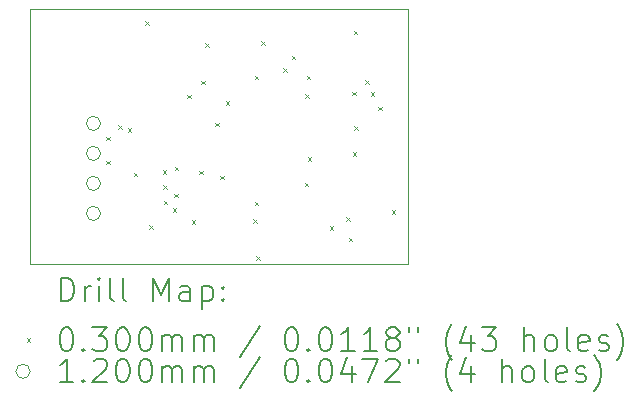
<source format=gbr>
%TF.GenerationSoftware,KiCad,Pcbnew,7.0.6*%
%TF.CreationDate,2024-04-01T13:07:54+03:00*%
%TF.ProjectId,SIM800 GPS Module,53494d38-3030-4204-9750-53204d6f6475,rev?*%
%TF.SameCoordinates,Original*%
%TF.FileFunction,Drillmap*%
%TF.FilePolarity,Positive*%
%FSLAX45Y45*%
G04 Gerber Fmt 4.5, Leading zero omitted, Abs format (unit mm)*
G04 Created by KiCad (PCBNEW 7.0.6) date 2024-04-01 13:07:54*
%MOMM*%
%LPD*%
G01*
G04 APERTURE LIST*
%ADD10C,0.050000*%
%ADD11C,0.200000*%
%ADD12C,0.030000*%
%ADD13C,0.120000*%
G04 APERTURE END LIST*
D10*
X12090400Y-7569200D02*
X15290800Y-7569200D01*
X15290800Y-9728200D01*
X12090400Y-9728200D01*
X12090400Y-7569200D01*
D11*
D12*
X12730860Y-8646880D02*
X12760860Y-8676880D01*
X12760860Y-8646880D02*
X12730860Y-8676880D01*
X12731920Y-8850300D02*
X12761920Y-8880300D01*
X12761920Y-8850300D02*
X12731920Y-8880300D01*
X12833300Y-8549030D02*
X12863300Y-8579030D01*
X12863300Y-8549030D02*
X12833300Y-8579030D01*
X12915620Y-8574170D02*
X12945620Y-8604170D01*
X12945620Y-8574170D02*
X12915620Y-8604170D01*
X12965530Y-8950640D02*
X12995530Y-8980640D01*
X12995530Y-8950640D02*
X12965530Y-8980640D01*
X13062590Y-7668060D02*
X13092590Y-7698060D01*
X13092590Y-7668060D02*
X13062590Y-7698060D01*
X13096860Y-9396610D02*
X13126860Y-9426610D01*
X13126860Y-9396610D02*
X13096860Y-9426610D01*
X13210370Y-8932170D02*
X13240370Y-8962170D01*
X13240370Y-8932170D02*
X13210370Y-8962170D01*
X13215810Y-9058630D02*
X13245810Y-9088630D01*
X13245810Y-9058630D02*
X13215810Y-9088630D01*
X13220250Y-9191080D02*
X13250250Y-9221080D01*
X13250250Y-9191080D02*
X13220250Y-9221080D01*
X13294160Y-9251270D02*
X13324160Y-9281270D01*
X13324160Y-9251270D02*
X13294160Y-9281270D01*
X13306540Y-9128560D02*
X13336540Y-9158560D01*
X13336540Y-9128560D02*
X13306540Y-9158560D01*
X13313960Y-8901290D02*
X13343960Y-8931290D01*
X13343960Y-8901290D02*
X13313960Y-8931290D01*
X13419410Y-8291220D02*
X13449410Y-8321220D01*
X13449410Y-8291220D02*
X13419410Y-8321220D01*
X13456930Y-9352330D02*
X13486930Y-9382330D01*
X13486930Y-9352330D02*
X13456930Y-9382330D01*
X13521000Y-8934450D02*
X13551000Y-8964450D01*
X13551000Y-8934450D02*
X13521000Y-8964450D01*
X13536180Y-8175190D02*
X13566180Y-8205190D01*
X13566180Y-8175190D02*
X13536180Y-8205190D01*
X13570290Y-7856450D02*
X13600290Y-7886450D01*
X13600290Y-7856450D02*
X13570290Y-7886450D01*
X13653850Y-8528730D02*
X13683850Y-8558730D01*
X13683850Y-8528730D02*
X13653850Y-8558730D01*
X13699130Y-8978400D02*
X13729130Y-9008400D01*
X13729130Y-8978400D02*
X13699130Y-9008400D01*
X13745960Y-8349040D02*
X13775960Y-8379040D01*
X13775960Y-8349040D02*
X13745960Y-8379040D01*
X13975000Y-9344100D02*
X14005000Y-9374100D01*
X14005000Y-9344100D02*
X13975000Y-9374100D01*
X13988010Y-9199210D02*
X14018010Y-9229210D01*
X14018010Y-9199210D02*
X13988010Y-9229210D01*
X13991170Y-8129380D02*
X14021170Y-8159380D01*
X14021170Y-8129380D02*
X13991170Y-8159380D01*
X14001210Y-9658690D02*
X14031210Y-9688690D01*
X14031210Y-9658690D02*
X14001210Y-9688690D01*
X14044250Y-7838370D02*
X14074250Y-7868370D01*
X14074250Y-7838370D02*
X14044250Y-7868370D01*
X14229780Y-8065650D02*
X14259780Y-8095650D01*
X14259780Y-8065650D02*
X14229780Y-8095650D01*
X14303690Y-7963280D02*
X14333690Y-7993280D01*
X14333690Y-7963280D02*
X14303690Y-7993280D01*
X14413970Y-9037080D02*
X14443970Y-9067080D01*
X14443970Y-9037080D02*
X14413970Y-9067080D01*
X14419200Y-8289960D02*
X14449200Y-8319960D01*
X14449200Y-8289960D02*
X14419200Y-8319960D01*
X14429290Y-8129380D02*
X14459290Y-8159380D01*
X14459290Y-8129380D02*
X14429290Y-8159380D01*
X14437210Y-8823440D02*
X14467210Y-8853440D01*
X14467210Y-8823440D02*
X14437210Y-8853440D01*
X14623250Y-9407080D02*
X14653250Y-9437080D01*
X14653250Y-9407080D02*
X14623250Y-9437080D01*
X14764030Y-9329920D02*
X14794030Y-9359920D01*
X14794030Y-9329920D02*
X14764030Y-9359920D01*
X14785180Y-9502760D02*
X14815180Y-9532760D01*
X14815180Y-9502760D02*
X14785180Y-9532760D01*
X14815770Y-8267340D02*
X14845770Y-8297340D01*
X14845770Y-8267340D02*
X14815770Y-8297340D01*
X14819420Y-8777320D02*
X14849420Y-8807320D01*
X14849420Y-8777320D02*
X14819420Y-8807320D01*
X14828280Y-7749650D02*
X14858280Y-7779650D01*
X14858280Y-7749650D02*
X14828280Y-7779650D01*
X14831750Y-8559240D02*
X14861750Y-8589240D01*
X14861750Y-8559240D02*
X14831750Y-8589240D01*
X14923410Y-8167310D02*
X14953410Y-8197310D01*
X14953410Y-8167310D02*
X14923410Y-8197310D01*
X14971550Y-8271530D02*
X15001550Y-8301530D01*
X15001550Y-8271530D02*
X14971550Y-8301530D01*
X15034490Y-8394600D02*
X15064490Y-8424600D01*
X15064490Y-8394600D02*
X15034490Y-8424600D01*
X15150710Y-9271580D02*
X15180710Y-9301580D01*
X15180710Y-9271580D02*
X15150710Y-9301580D01*
D13*
X12683800Y-8534400D02*
G75*
G03*
X12683800Y-8534400I-60000J0D01*
G01*
X12683800Y-8788400D02*
G75*
G03*
X12683800Y-8788400I-60000J0D01*
G01*
X12683800Y-9042400D02*
G75*
G03*
X12683800Y-9042400I-60000J0D01*
G01*
X12683800Y-9296400D02*
G75*
G03*
X12683800Y-9296400I-60000J0D01*
G01*
D11*
X12348677Y-10042184D02*
X12348677Y-9842184D01*
X12348677Y-9842184D02*
X12396296Y-9842184D01*
X12396296Y-9842184D02*
X12424867Y-9851708D01*
X12424867Y-9851708D02*
X12443915Y-9870755D01*
X12443915Y-9870755D02*
X12453439Y-9889803D01*
X12453439Y-9889803D02*
X12462962Y-9927898D01*
X12462962Y-9927898D02*
X12462962Y-9956470D01*
X12462962Y-9956470D02*
X12453439Y-9994565D01*
X12453439Y-9994565D02*
X12443915Y-10013612D01*
X12443915Y-10013612D02*
X12424867Y-10032660D01*
X12424867Y-10032660D02*
X12396296Y-10042184D01*
X12396296Y-10042184D02*
X12348677Y-10042184D01*
X12548677Y-10042184D02*
X12548677Y-9908850D01*
X12548677Y-9946946D02*
X12558201Y-9927898D01*
X12558201Y-9927898D02*
X12567724Y-9918374D01*
X12567724Y-9918374D02*
X12586772Y-9908850D01*
X12586772Y-9908850D02*
X12605820Y-9908850D01*
X12672486Y-10042184D02*
X12672486Y-9908850D01*
X12672486Y-9842184D02*
X12662962Y-9851708D01*
X12662962Y-9851708D02*
X12672486Y-9861231D01*
X12672486Y-9861231D02*
X12682010Y-9851708D01*
X12682010Y-9851708D02*
X12672486Y-9842184D01*
X12672486Y-9842184D02*
X12672486Y-9861231D01*
X12796296Y-10042184D02*
X12777248Y-10032660D01*
X12777248Y-10032660D02*
X12767724Y-10013612D01*
X12767724Y-10013612D02*
X12767724Y-9842184D01*
X12901058Y-10042184D02*
X12882010Y-10032660D01*
X12882010Y-10032660D02*
X12872486Y-10013612D01*
X12872486Y-10013612D02*
X12872486Y-9842184D01*
X13129629Y-10042184D02*
X13129629Y-9842184D01*
X13129629Y-9842184D02*
X13196296Y-9985041D01*
X13196296Y-9985041D02*
X13262962Y-9842184D01*
X13262962Y-9842184D02*
X13262962Y-10042184D01*
X13443915Y-10042184D02*
X13443915Y-9937422D01*
X13443915Y-9937422D02*
X13434391Y-9918374D01*
X13434391Y-9918374D02*
X13415343Y-9908850D01*
X13415343Y-9908850D02*
X13377248Y-9908850D01*
X13377248Y-9908850D02*
X13358201Y-9918374D01*
X13443915Y-10032660D02*
X13424867Y-10042184D01*
X13424867Y-10042184D02*
X13377248Y-10042184D01*
X13377248Y-10042184D02*
X13358201Y-10032660D01*
X13358201Y-10032660D02*
X13348677Y-10013612D01*
X13348677Y-10013612D02*
X13348677Y-9994565D01*
X13348677Y-9994565D02*
X13358201Y-9975517D01*
X13358201Y-9975517D02*
X13377248Y-9965993D01*
X13377248Y-9965993D02*
X13424867Y-9965993D01*
X13424867Y-9965993D02*
X13443915Y-9956470D01*
X13539153Y-9908850D02*
X13539153Y-10108850D01*
X13539153Y-9918374D02*
X13558201Y-9908850D01*
X13558201Y-9908850D02*
X13596296Y-9908850D01*
X13596296Y-9908850D02*
X13615343Y-9918374D01*
X13615343Y-9918374D02*
X13624867Y-9927898D01*
X13624867Y-9927898D02*
X13634391Y-9946946D01*
X13634391Y-9946946D02*
X13634391Y-10004089D01*
X13634391Y-10004089D02*
X13624867Y-10023136D01*
X13624867Y-10023136D02*
X13615343Y-10032660D01*
X13615343Y-10032660D02*
X13596296Y-10042184D01*
X13596296Y-10042184D02*
X13558201Y-10042184D01*
X13558201Y-10042184D02*
X13539153Y-10032660D01*
X13720105Y-10023136D02*
X13729629Y-10032660D01*
X13729629Y-10032660D02*
X13720105Y-10042184D01*
X13720105Y-10042184D02*
X13710582Y-10032660D01*
X13710582Y-10032660D02*
X13720105Y-10023136D01*
X13720105Y-10023136D02*
X13720105Y-10042184D01*
X13720105Y-9918374D02*
X13729629Y-9927898D01*
X13729629Y-9927898D02*
X13720105Y-9937422D01*
X13720105Y-9937422D02*
X13710582Y-9927898D01*
X13710582Y-9927898D02*
X13720105Y-9918374D01*
X13720105Y-9918374D02*
X13720105Y-9937422D01*
D12*
X12057900Y-10355700D02*
X12087900Y-10385700D01*
X12087900Y-10355700D02*
X12057900Y-10385700D01*
D11*
X12386772Y-10262184D02*
X12405820Y-10262184D01*
X12405820Y-10262184D02*
X12424867Y-10271708D01*
X12424867Y-10271708D02*
X12434391Y-10281231D01*
X12434391Y-10281231D02*
X12443915Y-10300279D01*
X12443915Y-10300279D02*
X12453439Y-10338374D01*
X12453439Y-10338374D02*
X12453439Y-10385993D01*
X12453439Y-10385993D02*
X12443915Y-10424089D01*
X12443915Y-10424089D02*
X12434391Y-10443136D01*
X12434391Y-10443136D02*
X12424867Y-10452660D01*
X12424867Y-10452660D02*
X12405820Y-10462184D01*
X12405820Y-10462184D02*
X12386772Y-10462184D01*
X12386772Y-10462184D02*
X12367724Y-10452660D01*
X12367724Y-10452660D02*
X12358201Y-10443136D01*
X12358201Y-10443136D02*
X12348677Y-10424089D01*
X12348677Y-10424089D02*
X12339153Y-10385993D01*
X12339153Y-10385993D02*
X12339153Y-10338374D01*
X12339153Y-10338374D02*
X12348677Y-10300279D01*
X12348677Y-10300279D02*
X12358201Y-10281231D01*
X12358201Y-10281231D02*
X12367724Y-10271708D01*
X12367724Y-10271708D02*
X12386772Y-10262184D01*
X12539153Y-10443136D02*
X12548677Y-10452660D01*
X12548677Y-10452660D02*
X12539153Y-10462184D01*
X12539153Y-10462184D02*
X12529629Y-10452660D01*
X12529629Y-10452660D02*
X12539153Y-10443136D01*
X12539153Y-10443136D02*
X12539153Y-10462184D01*
X12615343Y-10262184D02*
X12739153Y-10262184D01*
X12739153Y-10262184D02*
X12672486Y-10338374D01*
X12672486Y-10338374D02*
X12701058Y-10338374D01*
X12701058Y-10338374D02*
X12720105Y-10347898D01*
X12720105Y-10347898D02*
X12729629Y-10357422D01*
X12729629Y-10357422D02*
X12739153Y-10376470D01*
X12739153Y-10376470D02*
X12739153Y-10424089D01*
X12739153Y-10424089D02*
X12729629Y-10443136D01*
X12729629Y-10443136D02*
X12720105Y-10452660D01*
X12720105Y-10452660D02*
X12701058Y-10462184D01*
X12701058Y-10462184D02*
X12643915Y-10462184D01*
X12643915Y-10462184D02*
X12624867Y-10452660D01*
X12624867Y-10452660D02*
X12615343Y-10443136D01*
X12862962Y-10262184D02*
X12882010Y-10262184D01*
X12882010Y-10262184D02*
X12901058Y-10271708D01*
X12901058Y-10271708D02*
X12910582Y-10281231D01*
X12910582Y-10281231D02*
X12920105Y-10300279D01*
X12920105Y-10300279D02*
X12929629Y-10338374D01*
X12929629Y-10338374D02*
X12929629Y-10385993D01*
X12929629Y-10385993D02*
X12920105Y-10424089D01*
X12920105Y-10424089D02*
X12910582Y-10443136D01*
X12910582Y-10443136D02*
X12901058Y-10452660D01*
X12901058Y-10452660D02*
X12882010Y-10462184D01*
X12882010Y-10462184D02*
X12862962Y-10462184D01*
X12862962Y-10462184D02*
X12843915Y-10452660D01*
X12843915Y-10452660D02*
X12834391Y-10443136D01*
X12834391Y-10443136D02*
X12824867Y-10424089D01*
X12824867Y-10424089D02*
X12815343Y-10385993D01*
X12815343Y-10385993D02*
X12815343Y-10338374D01*
X12815343Y-10338374D02*
X12824867Y-10300279D01*
X12824867Y-10300279D02*
X12834391Y-10281231D01*
X12834391Y-10281231D02*
X12843915Y-10271708D01*
X12843915Y-10271708D02*
X12862962Y-10262184D01*
X13053439Y-10262184D02*
X13072486Y-10262184D01*
X13072486Y-10262184D02*
X13091534Y-10271708D01*
X13091534Y-10271708D02*
X13101058Y-10281231D01*
X13101058Y-10281231D02*
X13110582Y-10300279D01*
X13110582Y-10300279D02*
X13120105Y-10338374D01*
X13120105Y-10338374D02*
X13120105Y-10385993D01*
X13120105Y-10385993D02*
X13110582Y-10424089D01*
X13110582Y-10424089D02*
X13101058Y-10443136D01*
X13101058Y-10443136D02*
X13091534Y-10452660D01*
X13091534Y-10452660D02*
X13072486Y-10462184D01*
X13072486Y-10462184D02*
X13053439Y-10462184D01*
X13053439Y-10462184D02*
X13034391Y-10452660D01*
X13034391Y-10452660D02*
X13024867Y-10443136D01*
X13024867Y-10443136D02*
X13015343Y-10424089D01*
X13015343Y-10424089D02*
X13005820Y-10385993D01*
X13005820Y-10385993D02*
X13005820Y-10338374D01*
X13005820Y-10338374D02*
X13015343Y-10300279D01*
X13015343Y-10300279D02*
X13024867Y-10281231D01*
X13024867Y-10281231D02*
X13034391Y-10271708D01*
X13034391Y-10271708D02*
X13053439Y-10262184D01*
X13205820Y-10462184D02*
X13205820Y-10328850D01*
X13205820Y-10347898D02*
X13215343Y-10338374D01*
X13215343Y-10338374D02*
X13234391Y-10328850D01*
X13234391Y-10328850D02*
X13262963Y-10328850D01*
X13262963Y-10328850D02*
X13282010Y-10338374D01*
X13282010Y-10338374D02*
X13291534Y-10357422D01*
X13291534Y-10357422D02*
X13291534Y-10462184D01*
X13291534Y-10357422D02*
X13301058Y-10338374D01*
X13301058Y-10338374D02*
X13320105Y-10328850D01*
X13320105Y-10328850D02*
X13348677Y-10328850D01*
X13348677Y-10328850D02*
X13367724Y-10338374D01*
X13367724Y-10338374D02*
X13377248Y-10357422D01*
X13377248Y-10357422D02*
X13377248Y-10462184D01*
X13472486Y-10462184D02*
X13472486Y-10328850D01*
X13472486Y-10347898D02*
X13482010Y-10338374D01*
X13482010Y-10338374D02*
X13501058Y-10328850D01*
X13501058Y-10328850D02*
X13529629Y-10328850D01*
X13529629Y-10328850D02*
X13548677Y-10338374D01*
X13548677Y-10338374D02*
X13558201Y-10357422D01*
X13558201Y-10357422D02*
X13558201Y-10462184D01*
X13558201Y-10357422D02*
X13567724Y-10338374D01*
X13567724Y-10338374D02*
X13586772Y-10328850D01*
X13586772Y-10328850D02*
X13615343Y-10328850D01*
X13615343Y-10328850D02*
X13634391Y-10338374D01*
X13634391Y-10338374D02*
X13643915Y-10357422D01*
X13643915Y-10357422D02*
X13643915Y-10462184D01*
X14034391Y-10252660D02*
X13862963Y-10509803D01*
X14291534Y-10262184D02*
X14310582Y-10262184D01*
X14310582Y-10262184D02*
X14329629Y-10271708D01*
X14329629Y-10271708D02*
X14339153Y-10281231D01*
X14339153Y-10281231D02*
X14348677Y-10300279D01*
X14348677Y-10300279D02*
X14358201Y-10338374D01*
X14358201Y-10338374D02*
X14358201Y-10385993D01*
X14358201Y-10385993D02*
X14348677Y-10424089D01*
X14348677Y-10424089D02*
X14339153Y-10443136D01*
X14339153Y-10443136D02*
X14329629Y-10452660D01*
X14329629Y-10452660D02*
X14310582Y-10462184D01*
X14310582Y-10462184D02*
X14291534Y-10462184D01*
X14291534Y-10462184D02*
X14272486Y-10452660D01*
X14272486Y-10452660D02*
X14262963Y-10443136D01*
X14262963Y-10443136D02*
X14253439Y-10424089D01*
X14253439Y-10424089D02*
X14243915Y-10385993D01*
X14243915Y-10385993D02*
X14243915Y-10338374D01*
X14243915Y-10338374D02*
X14253439Y-10300279D01*
X14253439Y-10300279D02*
X14262963Y-10281231D01*
X14262963Y-10281231D02*
X14272486Y-10271708D01*
X14272486Y-10271708D02*
X14291534Y-10262184D01*
X14443915Y-10443136D02*
X14453439Y-10452660D01*
X14453439Y-10452660D02*
X14443915Y-10462184D01*
X14443915Y-10462184D02*
X14434391Y-10452660D01*
X14434391Y-10452660D02*
X14443915Y-10443136D01*
X14443915Y-10443136D02*
X14443915Y-10462184D01*
X14577248Y-10262184D02*
X14596296Y-10262184D01*
X14596296Y-10262184D02*
X14615344Y-10271708D01*
X14615344Y-10271708D02*
X14624867Y-10281231D01*
X14624867Y-10281231D02*
X14634391Y-10300279D01*
X14634391Y-10300279D02*
X14643915Y-10338374D01*
X14643915Y-10338374D02*
X14643915Y-10385993D01*
X14643915Y-10385993D02*
X14634391Y-10424089D01*
X14634391Y-10424089D02*
X14624867Y-10443136D01*
X14624867Y-10443136D02*
X14615344Y-10452660D01*
X14615344Y-10452660D02*
X14596296Y-10462184D01*
X14596296Y-10462184D02*
X14577248Y-10462184D01*
X14577248Y-10462184D02*
X14558201Y-10452660D01*
X14558201Y-10452660D02*
X14548677Y-10443136D01*
X14548677Y-10443136D02*
X14539153Y-10424089D01*
X14539153Y-10424089D02*
X14529629Y-10385993D01*
X14529629Y-10385993D02*
X14529629Y-10338374D01*
X14529629Y-10338374D02*
X14539153Y-10300279D01*
X14539153Y-10300279D02*
X14548677Y-10281231D01*
X14548677Y-10281231D02*
X14558201Y-10271708D01*
X14558201Y-10271708D02*
X14577248Y-10262184D01*
X14834391Y-10462184D02*
X14720106Y-10462184D01*
X14777248Y-10462184D02*
X14777248Y-10262184D01*
X14777248Y-10262184D02*
X14758201Y-10290755D01*
X14758201Y-10290755D02*
X14739153Y-10309803D01*
X14739153Y-10309803D02*
X14720106Y-10319327D01*
X15024867Y-10462184D02*
X14910582Y-10462184D01*
X14967725Y-10462184D02*
X14967725Y-10262184D01*
X14967725Y-10262184D02*
X14948677Y-10290755D01*
X14948677Y-10290755D02*
X14929629Y-10309803D01*
X14929629Y-10309803D02*
X14910582Y-10319327D01*
X15139153Y-10347898D02*
X15120106Y-10338374D01*
X15120106Y-10338374D02*
X15110582Y-10328850D01*
X15110582Y-10328850D02*
X15101058Y-10309803D01*
X15101058Y-10309803D02*
X15101058Y-10300279D01*
X15101058Y-10300279D02*
X15110582Y-10281231D01*
X15110582Y-10281231D02*
X15120106Y-10271708D01*
X15120106Y-10271708D02*
X15139153Y-10262184D01*
X15139153Y-10262184D02*
X15177248Y-10262184D01*
X15177248Y-10262184D02*
X15196296Y-10271708D01*
X15196296Y-10271708D02*
X15205820Y-10281231D01*
X15205820Y-10281231D02*
X15215344Y-10300279D01*
X15215344Y-10300279D02*
X15215344Y-10309803D01*
X15215344Y-10309803D02*
X15205820Y-10328850D01*
X15205820Y-10328850D02*
X15196296Y-10338374D01*
X15196296Y-10338374D02*
X15177248Y-10347898D01*
X15177248Y-10347898D02*
X15139153Y-10347898D01*
X15139153Y-10347898D02*
X15120106Y-10357422D01*
X15120106Y-10357422D02*
X15110582Y-10366946D01*
X15110582Y-10366946D02*
X15101058Y-10385993D01*
X15101058Y-10385993D02*
X15101058Y-10424089D01*
X15101058Y-10424089D02*
X15110582Y-10443136D01*
X15110582Y-10443136D02*
X15120106Y-10452660D01*
X15120106Y-10452660D02*
X15139153Y-10462184D01*
X15139153Y-10462184D02*
X15177248Y-10462184D01*
X15177248Y-10462184D02*
X15196296Y-10452660D01*
X15196296Y-10452660D02*
X15205820Y-10443136D01*
X15205820Y-10443136D02*
X15215344Y-10424089D01*
X15215344Y-10424089D02*
X15215344Y-10385993D01*
X15215344Y-10385993D02*
X15205820Y-10366946D01*
X15205820Y-10366946D02*
X15196296Y-10357422D01*
X15196296Y-10357422D02*
X15177248Y-10347898D01*
X15291534Y-10262184D02*
X15291534Y-10300279D01*
X15367725Y-10262184D02*
X15367725Y-10300279D01*
X15662963Y-10538374D02*
X15653439Y-10528850D01*
X15653439Y-10528850D02*
X15634391Y-10500279D01*
X15634391Y-10500279D02*
X15624868Y-10481231D01*
X15624868Y-10481231D02*
X15615344Y-10452660D01*
X15615344Y-10452660D02*
X15605820Y-10405041D01*
X15605820Y-10405041D02*
X15605820Y-10366946D01*
X15605820Y-10366946D02*
X15615344Y-10319327D01*
X15615344Y-10319327D02*
X15624868Y-10290755D01*
X15624868Y-10290755D02*
X15634391Y-10271708D01*
X15634391Y-10271708D02*
X15653439Y-10243136D01*
X15653439Y-10243136D02*
X15662963Y-10233612D01*
X15824868Y-10328850D02*
X15824868Y-10462184D01*
X15777248Y-10252660D02*
X15729629Y-10395517D01*
X15729629Y-10395517D02*
X15853439Y-10395517D01*
X15910582Y-10262184D02*
X16034391Y-10262184D01*
X16034391Y-10262184D02*
X15967725Y-10338374D01*
X15967725Y-10338374D02*
X15996296Y-10338374D01*
X15996296Y-10338374D02*
X16015344Y-10347898D01*
X16015344Y-10347898D02*
X16024868Y-10357422D01*
X16024868Y-10357422D02*
X16034391Y-10376470D01*
X16034391Y-10376470D02*
X16034391Y-10424089D01*
X16034391Y-10424089D02*
X16024868Y-10443136D01*
X16024868Y-10443136D02*
X16015344Y-10452660D01*
X16015344Y-10452660D02*
X15996296Y-10462184D01*
X15996296Y-10462184D02*
X15939153Y-10462184D01*
X15939153Y-10462184D02*
X15920106Y-10452660D01*
X15920106Y-10452660D02*
X15910582Y-10443136D01*
X16272487Y-10462184D02*
X16272487Y-10262184D01*
X16358201Y-10462184D02*
X16358201Y-10357422D01*
X16358201Y-10357422D02*
X16348677Y-10338374D01*
X16348677Y-10338374D02*
X16329630Y-10328850D01*
X16329630Y-10328850D02*
X16301058Y-10328850D01*
X16301058Y-10328850D02*
X16282010Y-10338374D01*
X16282010Y-10338374D02*
X16272487Y-10347898D01*
X16482010Y-10462184D02*
X16462963Y-10452660D01*
X16462963Y-10452660D02*
X16453439Y-10443136D01*
X16453439Y-10443136D02*
X16443915Y-10424089D01*
X16443915Y-10424089D02*
X16443915Y-10366946D01*
X16443915Y-10366946D02*
X16453439Y-10347898D01*
X16453439Y-10347898D02*
X16462963Y-10338374D01*
X16462963Y-10338374D02*
X16482010Y-10328850D01*
X16482010Y-10328850D02*
X16510582Y-10328850D01*
X16510582Y-10328850D02*
X16529630Y-10338374D01*
X16529630Y-10338374D02*
X16539153Y-10347898D01*
X16539153Y-10347898D02*
X16548677Y-10366946D01*
X16548677Y-10366946D02*
X16548677Y-10424089D01*
X16548677Y-10424089D02*
X16539153Y-10443136D01*
X16539153Y-10443136D02*
X16529630Y-10452660D01*
X16529630Y-10452660D02*
X16510582Y-10462184D01*
X16510582Y-10462184D02*
X16482010Y-10462184D01*
X16662963Y-10462184D02*
X16643915Y-10452660D01*
X16643915Y-10452660D02*
X16634391Y-10433612D01*
X16634391Y-10433612D02*
X16634391Y-10262184D01*
X16815344Y-10452660D02*
X16796296Y-10462184D01*
X16796296Y-10462184D02*
X16758201Y-10462184D01*
X16758201Y-10462184D02*
X16739153Y-10452660D01*
X16739153Y-10452660D02*
X16729630Y-10433612D01*
X16729630Y-10433612D02*
X16729630Y-10357422D01*
X16729630Y-10357422D02*
X16739153Y-10338374D01*
X16739153Y-10338374D02*
X16758201Y-10328850D01*
X16758201Y-10328850D02*
X16796296Y-10328850D01*
X16796296Y-10328850D02*
X16815344Y-10338374D01*
X16815344Y-10338374D02*
X16824868Y-10357422D01*
X16824868Y-10357422D02*
X16824868Y-10376470D01*
X16824868Y-10376470D02*
X16729630Y-10395517D01*
X16901058Y-10452660D02*
X16920106Y-10462184D01*
X16920106Y-10462184D02*
X16958201Y-10462184D01*
X16958201Y-10462184D02*
X16977249Y-10452660D01*
X16977249Y-10452660D02*
X16986773Y-10433612D01*
X16986773Y-10433612D02*
X16986773Y-10424089D01*
X16986773Y-10424089D02*
X16977249Y-10405041D01*
X16977249Y-10405041D02*
X16958201Y-10395517D01*
X16958201Y-10395517D02*
X16929630Y-10395517D01*
X16929630Y-10395517D02*
X16910582Y-10385993D01*
X16910582Y-10385993D02*
X16901058Y-10366946D01*
X16901058Y-10366946D02*
X16901058Y-10357422D01*
X16901058Y-10357422D02*
X16910582Y-10338374D01*
X16910582Y-10338374D02*
X16929630Y-10328850D01*
X16929630Y-10328850D02*
X16958201Y-10328850D01*
X16958201Y-10328850D02*
X16977249Y-10338374D01*
X17053439Y-10538374D02*
X17062963Y-10528850D01*
X17062963Y-10528850D02*
X17082011Y-10500279D01*
X17082011Y-10500279D02*
X17091534Y-10481231D01*
X17091534Y-10481231D02*
X17101058Y-10452660D01*
X17101058Y-10452660D02*
X17110582Y-10405041D01*
X17110582Y-10405041D02*
X17110582Y-10366946D01*
X17110582Y-10366946D02*
X17101058Y-10319327D01*
X17101058Y-10319327D02*
X17091534Y-10290755D01*
X17091534Y-10290755D02*
X17082011Y-10271708D01*
X17082011Y-10271708D02*
X17062963Y-10243136D01*
X17062963Y-10243136D02*
X17053439Y-10233612D01*
D13*
X12087900Y-10634700D02*
G75*
G03*
X12087900Y-10634700I-60000J0D01*
G01*
D11*
X12453439Y-10726184D02*
X12339153Y-10726184D01*
X12396296Y-10726184D02*
X12396296Y-10526184D01*
X12396296Y-10526184D02*
X12377248Y-10554755D01*
X12377248Y-10554755D02*
X12358201Y-10573803D01*
X12358201Y-10573803D02*
X12339153Y-10583327D01*
X12539153Y-10707136D02*
X12548677Y-10716660D01*
X12548677Y-10716660D02*
X12539153Y-10726184D01*
X12539153Y-10726184D02*
X12529629Y-10716660D01*
X12529629Y-10716660D02*
X12539153Y-10707136D01*
X12539153Y-10707136D02*
X12539153Y-10726184D01*
X12624867Y-10545231D02*
X12634391Y-10535708D01*
X12634391Y-10535708D02*
X12653439Y-10526184D01*
X12653439Y-10526184D02*
X12701058Y-10526184D01*
X12701058Y-10526184D02*
X12720105Y-10535708D01*
X12720105Y-10535708D02*
X12729629Y-10545231D01*
X12729629Y-10545231D02*
X12739153Y-10564279D01*
X12739153Y-10564279D02*
X12739153Y-10583327D01*
X12739153Y-10583327D02*
X12729629Y-10611898D01*
X12729629Y-10611898D02*
X12615343Y-10726184D01*
X12615343Y-10726184D02*
X12739153Y-10726184D01*
X12862962Y-10526184D02*
X12882010Y-10526184D01*
X12882010Y-10526184D02*
X12901058Y-10535708D01*
X12901058Y-10535708D02*
X12910582Y-10545231D01*
X12910582Y-10545231D02*
X12920105Y-10564279D01*
X12920105Y-10564279D02*
X12929629Y-10602374D01*
X12929629Y-10602374D02*
X12929629Y-10649993D01*
X12929629Y-10649993D02*
X12920105Y-10688089D01*
X12920105Y-10688089D02*
X12910582Y-10707136D01*
X12910582Y-10707136D02*
X12901058Y-10716660D01*
X12901058Y-10716660D02*
X12882010Y-10726184D01*
X12882010Y-10726184D02*
X12862962Y-10726184D01*
X12862962Y-10726184D02*
X12843915Y-10716660D01*
X12843915Y-10716660D02*
X12834391Y-10707136D01*
X12834391Y-10707136D02*
X12824867Y-10688089D01*
X12824867Y-10688089D02*
X12815343Y-10649993D01*
X12815343Y-10649993D02*
X12815343Y-10602374D01*
X12815343Y-10602374D02*
X12824867Y-10564279D01*
X12824867Y-10564279D02*
X12834391Y-10545231D01*
X12834391Y-10545231D02*
X12843915Y-10535708D01*
X12843915Y-10535708D02*
X12862962Y-10526184D01*
X13053439Y-10526184D02*
X13072486Y-10526184D01*
X13072486Y-10526184D02*
X13091534Y-10535708D01*
X13091534Y-10535708D02*
X13101058Y-10545231D01*
X13101058Y-10545231D02*
X13110582Y-10564279D01*
X13110582Y-10564279D02*
X13120105Y-10602374D01*
X13120105Y-10602374D02*
X13120105Y-10649993D01*
X13120105Y-10649993D02*
X13110582Y-10688089D01*
X13110582Y-10688089D02*
X13101058Y-10707136D01*
X13101058Y-10707136D02*
X13091534Y-10716660D01*
X13091534Y-10716660D02*
X13072486Y-10726184D01*
X13072486Y-10726184D02*
X13053439Y-10726184D01*
X13053439Y-10726184D02*
X13034391Y-10716660D01*
X13034391Y-10716660D02*
X13024867Y-10707136D01*
X13024867Y-10707136D02*
X13015343Y-10688089D01*
X13015343Y-10688089D02*
X13005820Y-10649993D01*
X13005820Y-10649993D02*
X13005820Y-10602374D01*
X13005820Y-10602374D02*
X13015343Y-10564279D01*
X13015343Y-10564279D02*
X13024867Y-10545231D01*
X13024867Y-10545231D02*
X13034391Y-10535708D01*
X13034391Y-10535708D02*
X13053439Y-10526184D01*
X13205820Y-10726184D02*
X13205820Y-10592850D01*
X13205820Y-10611898D02*
X13215343Y-10602374D01*
X13215343Y-10602374D02*
X13234391Y-10592850D01*
X13234391Y-10592850D02*
X13262963Y-10592850D01*
X13262963Y-10592850D02*
X13282010Y-10602374D01*
X13282010Y-10602374D02*
X13291534Y-10621422D01*
X13291534Y-10621422D02*
X13291534Y-10726184D01*
X13291534Y-10621422D02*
X13301058Y-10602374D01*
X13301058Y-10602374D02*
X13320105Y-10592850D01*
X13320105Y-10592850D02*
X13348677Y-10592850D01*
X13348677Y-10592850D02*
X13367724Y-10602374D01*
X13367724Y-10602374D02*
X13377248Y-10621422D01*
X13377248Y-10621422D02*
X13377248Y-10726184D01*
X13472486Y-10726184D02*
X13472486Y-10592850D01*
X13472486Y-10611898D02*
X13482010Y-10602374D01*
X13482010Y-10602374D02*
X13501058Y-10592850D01*
X13501058Y-10592850D02*
X13529629Y-10592850D01*
X13529629Y-10592850D02*
X13548677Y-10602374D01*
X13548677Y-10602374D02*
X13558201Y-10621422D01*
X13558201Y-10621422D02*
X13558201Y-10726184D01*
X13558201Y-10621422D02*
X13567724Y-10602374D01*
X13567724Y-10602374D02*
X13586772Y-10592850D01*
X13586772Y-10592850D02*
X13615343Y-10592850D01*
X13615343Y-10592850D02*
X13634391Y-10602374D01*
X13634391Y-10602374D02*
X13643915Y-10621422D01*
X13643915Y-10621422D02*
X13643915Y-10726184D01*
X14034391Y-10516660D02*
X13862963Y-10773803D01*
X14291534Y-10526184D02*
X14310582Y-10526184D01*
X14310582Y-10526184D02*
X14329629Y-10535708D01*
X14329629Y-10535708D02*
X14339153Y-10545231D01*
X14339153Y-10545231D02*
X14348677Y-10564279D01*
X14348677Y-10564279D02*
X14358201Y-10602374D01*
X14358201Y-10602374D02*
X14358201Y-10649993D01*
X14358201Y-10649993D02*
X14348677Y-10688089D01*
X14348677Y-10688089D02*
X14339153Y-10707136D01*
X14339153Y-10707136D02*
X14329629Y-10716660D01*
X14329629Y-10716660D02*
X14310582Y-10726184D01*
X14310582Y-10726184D02*
X14291534Y-10726184D01*
X14291534Y-10726184D02*
X14272486Y-10716660D01*
X14272486Y-10716660D02*
X14262963Y-10707136D01*
X14262963Y-10707136D02*
X14253439Y-10688089D01*
X14253439Y-10688089D02*
X14243915Y-10649993D01*
X14243915Y-10649993D02*
X14243915Y-10602374D01*
X14243915Y-10602374D02*
X14253439Y-10564279D01*
X14253439Y-10564279D02*
X14262963Y-10545231D01*
X14262963Y-10545231D02*
X14272486Y-10535708D01*
X14272486Y-10535708D02*
X14291534Y-10526184D01*
X14443915Y-10707136D02*
X14453439Y-10716660D01*
X14453439Y-10716660D02*
X14443915Y-10726184D01*
X14443915Y-10726184D02*
X14434391Y-10716660D01*
X14434391Y-10716660D02*
X14443915Y-10707136D01*
X14443915Y-10707136D02*
X14443915Y-10726184D01*
X14577248Y-10526184D02*
X14596296Y-10526184D01*
X14596296Y-10526184D02*
X14615344Y-10535708D01*
X14615344Y-10535708D02*
X14624867Y-10545231D01*
X14624867Y-10545231D02*
X14634391Y-10564279D01*
X14634391Y-10564279D02*
X14643915Y-10602374D01*
X14643915Y-10602374D02*
X14643915Y-10649993D01*
X14643915Y-10649993D02*
X14634391Y-10688089D01*
X14634391Y-10688089D02*
X14624867Y-10707136D01*
X14624867Y-10707136D02*
X14615344Y-10716660D01*
X14615344Y-10716660D02*
X14596296Y-10726184D01*
X14596296Y-10726184D02*
X14577248Y-10726184D01*
X14577248Y-10726184D02*
X14558201Y-10716660D01*
X14558201Y-10716660D02*
X14548677Y-10707136D01*
X14548677Y-10707136D02*
X14539153Y-10688089D01*
X14539153Y-10688089D02*
X14529629Y-10649993D01*
X14529629Y-10649993D02*
X14529629Y-10602374D01*
X14529629Y-10602374D02*
X14539153Y-10564279D01*
X14539153Y-10564279D02*
X14548677Y-10545231D01*
X14548677Y-10545231D02*
X14558201Y-10535708D01*
X14558201Y-10535708D02*
X14577248Y-10526184D01*
X14815344Y-10592850D02*
X14815344Y-10726184D01*
X14767725Y-10516660D02*
X14720106Y-10659517D01*
X14720106Y-10659517D02*
X14843915Y-10659517D01*
X14901058Y-10526184D02*
X15034391Y-10526184D01*
X15034391Y-10526184D02*
X14948677Y-10726184D01*
X15101058Y-10545231D02*
X15110582Y-10535708D01*
X15110582Y-10535708D02*
X15129629Y-10526184D01*
X15129629Y-10526184D02*
X15177248Y-10526184D01*
X15177248Y-10526184D02*
X15196296Y-10535708D01*
X15196296Y-10535708D02*
X15205820Y-10545231D01*
X15205820Y-10545231D02*
X15215344Y-10564279D01*
X15215344Y-10564279D02*
X15215344Y-10583327D01*
X15215344Y-10583327D02*
X15205820Y-10611898D01*
X15205820Y-10611898D02*
X15091534Y-10726184D01*
X15091534Y-10726184D02*
X15215344Y-10726184D01*
X15291534Y-10526184D02*
X15291534Y-10564279D01*
X15367725Y-10526184D02*
X15367725Y-10564279D01*
X15662963Y-10802374D02*
X15653439Y-10792850D01*
X15653439Y-10792850D02*
X15634391Y-10764279D01*
X15634391Y-10764279D02*
X15624868Y-10745231D01*
X15624868Y-10745231D02*
X15615344Y-10716660D01*
X15615344Y-10716660D02*
X15605820Y-10669041D01*
X15605820Y-10669041D02*
X15605820Y-10630946D01*
X15605820Y-10630946D02*
X15615344Y-10583327D01*
X15615344Y-10583327D02*
X15624868Y-10554755D01*
X15624868Y-10554755D02*
X15634391Y-10535708D01*
X15634391Y-10535708D02*
X15653439Y-10507136D01*
X15653439Y-10507136D02*
X15662963Y-10497612D01*
X15824868Y-10592850D02*
X15824868Y-10726184D01*
X15777248Y-10516660D02*
X15729629Y-10659517D01*
X15729629Y-10659517D02*
X15853439Y-10659517D01*
X16082010Y-10726184D02*
X16082010Y-10526184D01*
X16167725Y-10726184D02*
X16167725Y-10621422D01*
X16167725Y-10621422D02*
X16158201Y-10602374D01*
X16158201Y-10602374D02*
X16139153Y-10592850D01*
X16139153Y-10592850D02*
X16110582Y-10592850D01*
X16110582Y-10592850D02*
X16091534Y-10602374D01*
X16091534Y-10602374D02*
X16082010Y-10611898D01*
X16291534Y-10726184D02*
X16272487Y-10716660D01*
X16272487Y-10716660D02*
X16262963Y-10707136D01*
X16262963Y-10707136D02*
X16253439Y-10688089D01*
X16253439Y-10688089D02*
X16253439Y-10630946D01*
X16253439Y-10630946D02*
X16262963Y-10611898D01*
X16262963Y-10611898D02*
X16272487Y-10602374D01*
X16272487Y-10602374D02*
X16291534Y-10592850D01*
X16291534Y-10592850D02*
X16320106Y-10592850D01*
X16320106Y-10592850D02*
X16339153Y-10602374D01*
X16339153Y-10602374D02*
X16348677Y-10611898D01*
X16348677Y-10611898D02*
X16358201Y-10630946D01*
X16358201Y-10630946D02*
X16358201Y-10688089D01*
X16358201Y-10688089D02*
X16348677Y-10707136D01*
X16348677Y-10707136D02*
X16339153Y-10716660D01*
X16339153Y-10716660D02*
X16320106Y-10726184D01*
X16320106Y-10726184D02*
X16291534Y-10726184D01*
X16472487Y-10726184D02*
X16453439Y-10716660D01*
X16453439Y-10716660D02*
X16443915Y-10697612D01*
X16443915Y-10697612D02*
X16443915Y-10526184D01*
X16624868Y-10716660D02*
X16605820Y-10726184D01*
X16605820Y-10726184D02*
X16567725Y-10726184D01*
X16567725Y-10726184D02*
X16548677Y-10716660D01*
X16548677Y-10716660D02*
X16539153Y-10697612D01*
X16539153Y-10697612D02*
X16539153Y-10621422D01*
X16539153Y-10621422D02*
X16548677Y-10602374D01*
X16548677Y-10602374D02*
X16567725Y-10592850D01*
X16567725Y-10592850D02*
X16605820Y-10592850D01*
X16605820Y-10592850D02*
X16624868Y-10602374D01*
X16624868Y-10602374D02*
X16634391Y-10621422D01*
X16634391Y-10621422D02*
X16634391Y-10640470D01*
X16634391Y-10640470D02*
X16539153Y-10659517D01*
X16710582Y-10716660D02*
X16729630Y-10726184D01*
X16729630Y-10726184D02*
X16767725Y-10726184D01*
X16767725Y-10726184D02*
X16786773Y-10716660D01*
X16786773Y-10716660D02*
X16796296Y-10697612D01*
X16796296Y-10697612D02*
X16796296Y-10688089D01*
X16796296Y-10688089D02*
X16786773Y-10669041D01*
X16786773Y-10669041D02*
X16767725Y-10659517D01*
X16767725Y-10659517D02*
X16739153Y-10659517D01*
X16739153Y-10659517D02*
X16720106Y-10649993D01*
X16720106Y-10649993D02*
X16710582Y-10630946D01*
X16710582Y-10630946D02*
X16710582Y-10621422D01*
X16710582Y-10621422D02*
X16720106Y-10602374D01*
X16720106Y-10602374D02*
X16739153Y-10592850D01*
X16739153Y-10592850D02*
X16767725Y-10592850D01*
X16767725Y-10592850D02*
X16786773Y-10602374D01*
X16862963Y-10802374D02*
X16872487Y-10792850D01*
X16872487Y-10792850D02*
X16891534Y-10764279D01*
X16891534Y-10764279D02*
X16901058Y-10745231D01*
X16901058Y-10745231D02*
X16910582Y-10716660D01*
X16910582Y-10716660D02*
X16920106Y-10669041D01*
X16920106Y-10669041D02*
X16920106Y-10630946D01*
X16920106Y-10630946D02*
X16910582Y-10583327D01*
X16910582Y-10583327D02*
X16901058Y-10554755D01*
X16901058Y-10554755D02*
X16891534Y-10535708D01*
X16891534Y-10535708D02*
X16872487Y-10507136D01*
X16872487Y-10507136D02*
X16862963Y-10497612D01*
M02*

</source>
